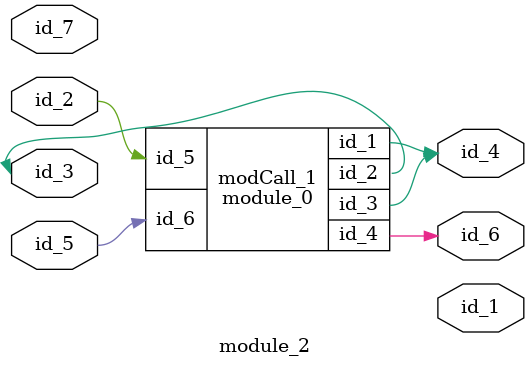
<source format=v>
module module_0 (
    id_1,
    id_2,
    id_3,
    id_4,
    id_5,
    id_6
);
  input wire id_6;
  input wire id_5;
  output wire id_4;
  output wire id_3;
  inout wire id_2;
  output wire id_1;
  wire id_7;
  assign module_1.id_1 = 0;
endmodule
module module_1;
  initial begin : LABEL_0
    id_1 <= id_1;
  end
  wire id_2;
  module_0 modCall_1 (
      id_2,
      id_2,
      id_2,
      id_2,
      id_2,
      id_2
  );
endmodule
module module_2 (
    id_1,
    id_2,
    id_3,
    id_4,
    id_5,
    id_6,
    id_7
);
  input wire id_7;
  output wire id_6;
  input wire id_5;
  output wire id_4;
  inout wire id_3;
  inout wire id_2;
  output wire id_1;
  reg id_8;
  reg id_9, id_10, id_11, id_12;
  module_0 modCall_1 (
      id_4,
      id_3,
      id_4,
      id_6,
      id_2,
      id_5
  );
  always id_8 <= id_10;
endmodule

</source>
